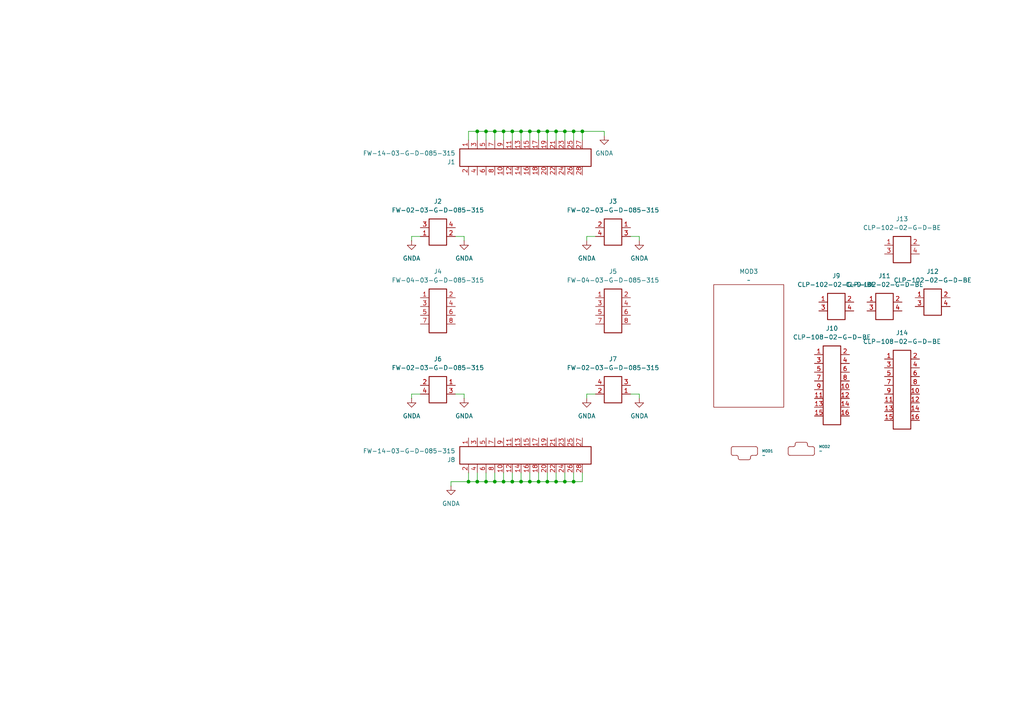
<source format=kicad_sch>
(kicad_sch (version 20231120) (generator "eeschema") (generator_version "8.0")
  (paper "A4")
  (lib_symbols
    (symbol "UNITED_CONNECTORS_DATA_BASE:J_CLP-102-02-G-D-BE" (pin_names (offset 0.254))
      (property "Reference" "J" (at 5.08 5.08 0))
      (property "Value" "CLP-102-02-G-D-BE" (at 5.08 -5.08 0))
      (symbol "J_CLP-102-02-G-D-BE_0_0"
        (pin unspecified line (at -5.08 1.27 0) (length 2.54) (name "") (number "1"))
        (pin unspecified line (at 5.08 1.27 180) (length 2.54) (name "") (number "2"))
        (pin unspecified line (at -5.08 -1.27 0) (length 2.54) (name "") (number "3"))
        (pin unspecified line (at 5.08 -1.27 180) (length 2.54) (name "") (number "4"))
      )
      (symbol "J_CLP-102-02-G-D-BE_1_0"
        (rectangle (start -2.54 3.81) (end 2.54 -3.81) (stroke (width 0.254)))
      )
    )
    (symbol "UNITED_CONNECTORS_DATA_BASE:J_CLP-108-02-G-D-BE" (pin_names (offset 0.254))
      (property "Reference" "J" (at 5.08 12.7 0))
      (property "Value" "CLP-108-02-G-D-BE" (at 5.08 -12.7 0))
      (symbol "J_CLP-108-02-G-D-BE_0_0"
        (pin unspecified line (at -5.08 8.89 0) (length 2.54) (name "") (number "1"))
        (pin unspecified line (at 5.08 -1.27 180) (length 2.54) (name "") (number "10"))
        (pin unspecified line (at -5.08 -3.81 0) (length 2.54) (name "") (number "11"))
        (pin unspecified line (at 5.08 -3.81 180) (length 2.54) (name "") (number "12"))
        (pin unspecified line (at -5.08 -6.35 0) (length 2.54) (name "") (number "13"))
        (pin unspecified line (at 5.08 -6.35 180) (length 2.54) (name "") (number "14"))
        (pin unspecified line (at -5.08 -8.89 0) (length 2.54) (name "") (number "15"))
        (pin unspecified line (at 5.08 -8.89 180) (length 2.54) (name "") (number "16"))
        (pin unspecified line (at 5.08 8.89 180) (length 2.54) (name "") (number "2"))
        (pin unspecified line (at -5.08 6.35 0) (length 2.54) (name "") (number "3"))
        (pin unspecified line (at 5.08 6.35 180) (length 2.54) (name "") (number "4"))
        (pin unspecified line (at -5.08 3.81 0) (length 2.54) (name "") (number "5"))
        (pin unspecified line (at 5.08 3.81 180) (length 2.54) (name "") (number "6"))
        (pin unspecified line (at -5.08 1.27 0) (length 2.54) (name "") (number "7"))
        (pin unspecified line (at 5.08 1.27 180) (length 2.54) (name "") (number "8"))
        (pin unspecified line (at -5.08 -1.27 0) (length 2.54) (name "") (number "9"))
      )
      (symbol "J_CLP-108-02-G-D-BE_1_0"
        (rectangle (start -2.54 11.43) (end 2.54 -11.43) (stroke (width 0.254)))
      )
    )
    (symbol "UNITED_CONNECTORS_DATA_BASE:J_FW-02-03-G-D-085-315" (pin_names (offset 0.254))
      (property "Reference" "J" (at 5.08 5.08 0))
      (property "Value" "FW-02-03-G-D-085-315" (at 5.08 -5.08 0))
      (symbol "J_FW-02-03-G-D-085-315_0_0"
        (pin unspecified line (at -5.08 1.27 0) (length 2.54) (name "") (number "1"))
        (pin unspecified line (at 5.08 1.27 180) (length 2.54) (name "") (number "2"))
        (pin unspecified line (at -5.08 -1.27 0) (length 2.54) (name "") (number "3"))
        (pin unspecified line (at 5.08 -1.27 180) (length 2.54) (name "") (number "4"))
      )
      (symbol "J_FW-02-03-G-D-085-315_1_0"
        (rectangle (start -2.54 3.81) (end 2.54 -3.81) (stroke (width 0.254)))
      )
    )
    (symbol "UNITED_CONNECTORS_DATA_BASE:J_FW-04-03-G-D-085-315" (pin_names (offset 0.254))
      (property "Reference" "J" (at 5.08 7.62 0))
      (property "Value" "FW-04-03-G-D-085-315" (at 5.08 -7.62 0))
      (symbol "J_FW-04-03-G-D-085-315_0_0"
        (pin unspecified line (at -5.08 3.81 0) (length 2.54) (name "") (number "1"))
        (pin unspecified line (at 5.08 3.81 180) (length 2.54) (name "") (number "2"))
        (pin unspecified line (at -5.08 1.27 0) (length 2.54) (name "") (number "3"))
        (pin unspecified line (at 5.08 1.27 180) (length 2.54) (name "") (number "4"))
        (pin unspecified line (at -5.08 -1.27 0) (length 2.54) (name "") (number "5"))
        (pin unspecified line (at 5.08 -1.27 180) (length 2.54) (name "") (number "6"))
        (pin unspecified line (at -5.08 -3.81 0) (length 2.54) (name "") (number "7"))
        (pin unspecified line (at 5.08 -3.81 180) (length 2.54) (name "") (number "8"))
      )
      (symbol "J_FW-04-03-G-D-085-315_1_0"
        (rectangle (start -2.54 6.35) (end 2.54 -6.35) (stroke (width 0.254)))
      )
    )
    (symbol "UNITED_CONNECTORS_DATA_BASE:J_FW-14-03-G-D-085-315" (pin_names (offset 0.254))
      (property "Reference" "J" (at 5.08 20.32 0))
      (property "Value" "FW-14-03-G-D-085-315" (at 5.08 -20.32 0))
      (symbol "J_FW-14-03-G-D-085-315_0_0"
        (pin unspecified line (at -5.08 16.51 0) (length 2.54) (name "") (number "1"))
        (pin unspecified line (at 5.08 6.35 180) (length 2.54) (name "") (number "10"))
        (pin unspecified line (at -5.08 3.81 0) (length 2.54) (name "") (number "11"))
        (pin unspecified line (at 5.08 3.81 180) (length 2.54) (name "") (number "12"))
        (pin unspecified line (at -5.08 1.27 0) (length 2.54) (name "") (number "13"))
        (pin unspecified line (at 5.08 1.27 180) (length 2.54) (name "") (number "14"))
        (pin unspecified line (at -5.08 -1.27 0) (length 2.54) (name "") (number "15"))
        (pin unspecified line (at 5.08 -1.27 180) (length 2.54) (name "") (number "16"))
        (pin unspecified line (at -5.08 -3.81 0) (length 2.54) (name "") (number "17"))
        (pin unspecified line (at 5.08 -3.81 180) (length 2.54) (name "") (number "18"))
        (pin unspecified line (at -5.08 -6.35 0) (length 2.54) (name "") (number "19"))
        (pin unspecified line (at 5.08 16.51 180) (length 2.54) (name "") (number "2"))
        (pin unspecified line (at 5.08 -6.35 180) (length 2.54) (name "") (number "20"))
        (pin unspecified line (at -5.08 -8.89 0) (length 2.54) (name "") (number "21"))
        (pin unspecified line (at 5.08 -8.89 180) (length 2.54) (name "") (number "22"))
        (pin unspecified line (at -5.08 -11.43 0) (length 2.54) (name "") (number "23"))
        (pin unspecified line (at 5.08 -11.43 180) (length 2.54) (name "") (number "24"))
        (pin unspecified line (at -5.08 -13.97 0) (length 2.54) (name "") (number "25"))
        (pin unspecified line (at 5.08 -13.97 180) (length 2.54) (name "") (number "26"))
        (pin unspecified line (at -5.08 -16.51 0) (length 2.54) (name "") (number "27"))
        (pin unspecified line (at 5.08 -16.51 180) (length 2.54) (name "") (number "28"))
        (pin unspecified line (at -5.08 13.97 0) (length 2.54) (name "") (number "3"))
        (pin unspecified line (at 5.08 13.97 180) (length 2.54) (name "") (number "4"))
        (pin unspecified line (at -5.08 11.43 0) (length 2.54) (name "") (number "5"))
        (pin unspecified line (at 5.08 11.43 180) (length 2.54) (name "") (number "6"))
        (pin unspecified line (at -5.08 8.89 0) (length 2.54) (name "") (number "7"))
        (pin unspecified line (at 5.08 8.89 180) (length 2.54) (name "") (number "8"))
        (pin unspecified line (at -5.08 6.35 0) (length 2.54) (name "") (number "9"))
      )
      (symbol "J_FW-14-03-G-D-085-315_1_0"
        (rectangle (start -2.54 19.05) (end 2.54 -19.05) (stroke (width 0.254)))
      )
    )
    (symbol "UNITED_MODULES_DATA_BASE:MINIMAL_AD74413R"
      (property "Reference" "MOD" (at 2.54 5.08 0))
      (symbol "MINIMAL_AD74413R_0_1"
        (arc (start -3.81 -0.762) (mid -3.6612 -1.1212) (end -3.302 -1.27))
        (arc (start -3.302 1.27) (mid -3.6612 1.1212) (end -3.81 0.762))
        (arc (start -1.778 -2.032) (mid -1.6292 -2.3912) (end -1.27 -2.54))
        (arc (start -1.778 -1.778) (mid -1.9268 -1.4188) (end -2.286 -1.27))
        (polyline (pts (xy -3.81 0.762) (xy -3.81 -0.762)))
        (polyline (pts (xy -2.286 -1.27) (xy -3.302 -1.27)))
        (polyline (pts (xy -1.778 -2.032) (xy -1.778 -1.778)))
        (polyline (pts (xy -1.27 -2.54) (xy 1.27 -2.54)))
        (polyline (pts (xy 1.778 -2.032) (xy 1.778 -1.778)))
        (polyline (pts (xy 2.286 -1.27) (xy 3.302 -1.27)))
        (polyline (pts (xy 3.302 1.27) (xy -3.302 1.27)))
        (polyline (pts (xy 3.81 0.762) (xy 3.81 -0.762)))
        (arc (start 1.27 -2.54) (mid 1.6292 -2.3912) (end 1.778 -2.032))
        (arc (start 2.286 -1.27) (mid 1.9268 -1.4188) (end 1.778 -1.778))
        (arc (start 3.302 -1.27) (mid 3.6612 -1.1212) (end 3.81 -0.762))
        (arc (start 3.81 0.762) (mid 3.6612 1.1212) (end 3.302 1.27))
      )
    )
    (symbol "UNITED_MODULES_DATA_BASE:MINIMAL_ADP1032"
      (property "Reference" "MOD" (at 10.16 20.32 0))
      (symbol "MINIMAL_ADP1032_0_1"
        (rectangle (start -10.16 17.78) (end 10.16 -17.78))
      )
    )
    (symbol "UNITED_MODULES_DATA_BASE:MINIMAL_MAX14906"
      (property "Reference" "MOD" (at 2.54 2.54 0))
      (symbol "MINIMAL_MAX14906_0_1"
        (arc (start -3.81 -0.762) (mid -3.6612 -1.1212) (end -3.302 -1.27))
        (arc (start -3.302 1.27) (mid -3.6612 1.1212) (end -3.81 0.762))
        (arc (start -2.286 1.27) (mid -1.9268 1.4188) (end -1.778 1.778))
        (arc (start -1.27 2.54) (mid -1.6292 2.3912) (end -1.778 2.032))
        (polyline (pts (xy -3.81 -0.762) (xy -3.81 0.762)))
        (polyline (pts (xy -2.286 1.27) (xy -3.302 1.27)))
        (polyline (pts (xy -1.778 2.032) (xy -1.778 1.778)))
        (polyline (pts (xy -1.27 2.54) (xy 1.27 2.54)))
        (polyline (pts (xy 1.778 2.032) (xy 1.778 1.778)))
        (polyline (pts (xy 2.286 1.27) (xy 3.302 1.27)))
        (polyline (pts (xy 3.302 -1.27) (xy -3.302 -1.27)))
        (polyline (pts (xy 3.81 -0.762) (xy 3.81 0.762)))
        (arc (start 1.778 1.778) (mid 1.9268 1.4188) (end 2.286 1.27))
        (arc (start 1.778 2.032) (mid 1.6292 2.3912) (end 1.27 2.54))
        (arc (start 3.302 -1.27) (mid 3.6612 -1.1212) (end 3.81 -0.762))
        (arc (start 3.81 0.762) (mid 3.6606 1.1206) (end 3.302 1.27))
      )
    )
    (symbol "power:GNDA" (power) (pin_numbers hide) (pin_names (offset 0) hide)
      (property "Value" "GNDA" (at 0 -3.81 0))
      (symbol "GNDA_0_1"
        (polyline (pts (xy 0 0) (xy 0 -1.27) (xy 1.27 -1.27) (xy 0 -2.54) (xy -1.27 -1.27) (xy 0 -1.27)))
      )
      (symbol "GNDA_1_1"
        (pin power_in line (at 0 0 270) (length 0) (name "~") (number "1"))
      )
    )
  )
  (junction (at 148.59 139.7))
  (junction (at 140.97 139.7))
  (junction (at 138.43 38.1))
  (junction (at 140.97 38.1))
  (junction (at 151.13 38.1))
  (junction (at 166.37 38.1))
  (junction (at 163.83 139.7))
  (junction (at 158.75 38.1))
  (junction (at 161.29 38.1))
  (junction (at 143.51 38.1))
  (junction (at 168.91 38.1))
  (junction (at 135.89 139.7))
  (junction (at 161.29 139.7))
  (junction (at 148.59 38.1))
  (junction (at 156.21 38.1))
  (junction (at 151.13 139.7))
  (junction (at 146.05 38.1))
  (junction (at 153.67 139.7))
  (junction (at 163.83 38.1))
  (junction (at 146.05 139.7))
  (junction (at 156.21 139.7))
  (junction (at 166.37 139.7))
  (junction (at 158.75 139.7))
  (junction (at 153.67 38.1))
  (junction (at 138.43 139.7))
  (junction (at 143.51 139.7))
  (wire (pts (xy 140.97 38.1) (xy 143.51 38.1)))
  (wire (pts (xy 151.13 139.7) (xy 148.59 139.7)))
  (wire (pts (xy 143.51 139.7) (xy 140.97 139.7)))
  (wire (pts (xy 168.91 137.16) (xy 168.91 139.7)))
  (wire (pts (xy 134.62 114.3) (xy 132.08 114.3)))
  (wire (pts (xy 170.18 115.57) (xy 170.18 114.3)))
  (wire (pts (xy 151.13 38.1) (xy 151.13 40.64)))
  (wire (pts (xy 138.43 137.16) (xy 138.43 139.7)))
  (wire (pts (xy 135.89 137.16) (xy 135.89 139.7)))
  (wire (pts (xy 170.18 114.3) (xy 172.72 114.3)))
  (wire (pts (xy 140.97 137.16) (xy 140.97 139.7)))
  (wire (pts (xy 134.62 68.58) (xy 132.08 68.58)))
  (wire (pts (xy 185.42 69.85) (xy 185.42 68.58)))
  (wire (pts (xy 185.42 114.3) (xy 182.88 114.3)))
  (wire (pts (xy 175.26 39.37) (xy 175.26 38.1)))
  (wire (pts (xy 170.18 68.58) (xy 172.72 68.58)))
  (wire (pts (xy 163.83 38.1) (xy 163.83 40.64)))
  (wire (pts (xy 175.26 38.1) (xy 168.91 38.1)))
  (wire (pts (xy 119.38 115.57) (xy 119.38 114.3)))
  (wire (pts (xy 138.43 40.64) (xy 138.43 38.1)))
  (wire (pts (xy 163.83 139.7) (xy 161.29 139.7)))
  (wire (pts (xy 148.59 38.1) (xy 151.13 38.1)))
  (wire (pts (xy 156.21 38.1) (xy 156.21 40.64)))
  (wire (pts (xy 148.59 38.1) (xy 148.59 40.64)))
  (wire (pts (xy 185.42 115.57) (xy 185.42 114.3)))
  (wire (pts (xy 143.51 137.16) (xy 143.51 139.7)))
  (wire (pts (xy 138.43 38.1) (xy 140.97 38.1)))
  (wire (pts (xy 153.67 38.1) (xy 153.67 40.64)))
  (wire (pts (xy 138.43 139.7) (xy 135.89 139.7)))
  (wire (pts (xy 146.05 137.16) (xy 146.05 139.7)))
  (wire (pts (xy 130.81 139.7) (xy 135.89 139.7)))
  (wire (pts (xy 166.37 137.16) (xy 166.37 139.7)))
  (wire (pts (xy 151.13 137.16) (xy 151.13 139.7)))
  (wire (pts (xy 170.18 69.85) (xy 170.18 68.58)))
  (wire (pts (xy 168.91 139.7) (xy 166.37 139.7)))
  (wire (pts (xy 148.59 139.7) (xy 146.05 139.7)))
  (wire (pts (xy 146.05 38.1) (xy 148.59 38.1)))
  (wire (pts (xy 130.81 140.97) (xy 130.81 139.7)))
  (wire (pts (xy 134.62 115.57) (xy 134.62 114.3)))
  (wire (pts (xy 161.29 38.1) (xy 163.83 38.1)))
  (wire (pts (xy 163.83 38.1) (xy 166.37 38.1)))
  (wire (pts (xy 119.38 114.3) (xy 121.92 114.3)))
  (wire (pts (xy 156.21 137.16) (xy 156.21 139.7)))
  (wire (pts (xy 143.51 38.1) (xy 143.51 40.64)))
  (wire (pts (xy 166.37 38.1) (xy 168.91 38.1)))
  (wire (pts (xy 146.05 139.7) (xy 143.51 139.7)))
  (wire (pts (xy 119.38 68.58) (xy 121.92 68.58)))
  (wire (pts (xy 161.29 38.1) (xy 161.29 40.64)))
  (wire (pts (xy 156.21 139.7) (xy 153.67 139.7)))
  (wire (pts (xy 158.75 38.1) (xy 158.75 40.64)))
  (wire (pts (xy 168.91 38.1) (xy 168.91 40.64)))
  (wire (pts (xy 134.62 69.85) (xy 134.62 68.58)))
  (wire (pts (xy 163.83 137.16) (xy 163.83 139.7)))
  (wire (pts (xy 185.42 68.58) (xy 182.88 68.58)))
  (wire (pts (xy 161.29 137.16) (xy 161.29 139.7)))
  (wire (pts (xy 119.38 69.85) (xy 119.38 68.58)))
  (wire (pts (xy 161.29 139.7) (xy 158.75 139.7)))
  (wire (pts (xy 153.67 38.1) (xy 156.21 38.1)))
  (wire (pts (xy 158.75 137.16) (xy 158.75 139.7)))
  (wire (pts (xy 135.89 38.1) (xy 138.43 38.1)))
  (wire (pts (xy 140.97 139.7) (xy 138.43 139.7)))
  (wire (pts (xy 153.67 139.7) (xy 151.13 139.7)))
  (wire (pts (xy 148.59 137.16) (xy 148.59 139.7)))
  (wire (pts (xy 153.67 137.16) (xy 153.67 139.7)))
  (wire (pts (xy 158.75 139.7) (xy 156.21 139.7)))
  (wire (pts (xy 151.13 38.1) (xy 153.67 38.1)))
  (wire (pts (xy 166.37 139.7) (xy 163.83 139.7)))
  (wire (pts (xy 156.21 38.1) (xy 158.75 38.1)))
  (wire (pts (xy 135.89 40.64) (xy 135.89 38.1)))
  (wire (pts (xy 143.51 38.1) (xy 146.05 38.1)))
  (wire (pts (xy 158.75 38.1) (xy 161.29 38.1)))
  (wire (pts (xy 146.05 38.1) (xy 146.05 40.64)))
  (wire (pts (xy 140.97 38.1) (xy 140.97 40.64)))
  (wire (pts (xy 166.37 38.1) (xy 166.37 40.64)))
  (symbol (lib_id "UNITED_CONNECTORS_DATA_BASE:J_FW-02-03-G-D-085-315") (at 177.8 67.31 0) (mirror y) (unit 1)
    (property "Reference" "J3" (at 177.8 58.42 0))
    (property "Value" "FW-02-03-G-D-085-315" (at 177.8 60.96 0))
    (property "Footprint" "connector_footprints:FW-02-03-G-D-085-315" (effects (hide yes)))
    (property "Datasheet" "https://suddendocs.samtec.com/catalog_english/fw_sm.pdf?_gl=1*1xtxv9c*_gcl_au*MTM0MTYyNTQ5MS4xNzM2MDk5MTUz*_ga*MTYxNDYyMTQ0Mi4xNzM2MDk5MTUz*_ga_3KFNZC07WW*MTczODE2NTI0NS4zMi4xLjE3MzgxNjU1NjMuNjAuMC4w" (effects (hide yes)))
    (property "Description" "Samtec FW-xx-03-G-D-085-315 series,  2 positions connector,  1.27 mm pitch,  Black,  Vertical mounting,  5.2 A,  300 V,  Surface Mount,  Gold plated" (effects (hide yes)))
    (property "Color" "Black" (effects (hide yes)))
    (property "Contact Plating" "Gold" (effects (hide yes)))
    (property "Current Rating (A)" "5.2" (effects (hide yes)))
    (property "MPN" "FW-02-03-G-D-085-315" (effects (hide yes)))
    (property "Manufacturer" "Samtec" (effects (hide yes)))
    (property "Mounting Angle" "Vertical" (effects (hide yes)))
    (property "Mounting Style" "Surface Mount" (effects (hide yes)))
    (property "Number of Rows" "2" (effects (hide yes)))
    (property "Pin Count" "2" (effects (hide yes)))
    (property "Pitch (mm)" "1.27" (effects (hide yes)))
    (property "Series" "FW-xx-03-G-D-085-315" (effects (hide yes)))
    (property "Symbol Name" "J_FW-02-03-G-D-085-315" (effects (hide yes)))
    (property "Trustedparts Search" "https://www.trustedparts.com/en/search/FW-02-03-G-D-085-315" (effects (hide yes)))
    (property "Voltage Rating (V)" "300" (effects (hide yes)))
  )
  (symbol (lib_id "power:GNDA") (at 175.26 39.37 0) (unit 1)
    (property "Reference" "#PWR09" (effects (hide yes)))
    (property "Value" "GNDA" (at 175.26 44.45 0))
    (property "Description" "Power symbol creates a global label with name \"GNDA\" , analog ground" (effects (hide yes)))
  )
  (symbol (lib_id "UNITED_CONNECTORS_DATA_BASE:J_CLP-102-02-G-D-BE") (at 261.62 72.39 0) (unit 1)
    (property "Reference" "J13" (at 261.62 63.5 0))
    (property "Value" "CLP-102-02-G-D-BE" (at 261.62 66.04 0))
    (property "Footprint" "connector_footprints:CLP-102-02-G-D-BE" (effects (hide yes)))
    (property "Datasheet" "https://suddendocs.samtec.com/catalog_english/clp_sm.pdf?_gl=1*1y4jlr9*_gcl_au*MTM0MTYyNTQ5MS4xNzM2MDk5MTUz*_ga*MTYxNDYyMTQ0Mi4xNzM2MDk5MTUz*_ga_3KFNZC07WW*MTczNjY4MDQ4OS4xNS4xLjE3MzY2ODEzNzcuNjAuMC4w" (effects (hide yes)))
    (property "Description" "Samtec CLP-1xx-02-G-D-BE series,  2 positions connector,  1.27 mm pitch,  Black,  Vertical mounting,  5.2 A,  300 V,  Through Hole,  Tin plated" (effects (hide yes)))
    (property "Color" "Black" (effects (hide yes)))
    (property "Contact Plating" "Tin" (effects (hide yes)))
    (property "Current Rating (A)" "5.2" (effects (hide yes)))
    (property "MPN" "CLP-102-02-G-D-BE" (effects (hide yes)))
    (property "Manufacturer" "Samtec" (effects (hide yes)))
    (property "Mounting Angle" "Vertical" (effects (hide yes)))
    (property "Mounting Style" "Through Hole" (effects (hide yes)))
    (property "Number of Rows" "2" (effects (hide yes)))
    (property "Pin Count" "2" (effects (hide yes)))
    (property "Pitch (mm)" "1.27" (effects (hide yes)))
    (property "Series" "CLP-1xx-02-G-D-BE" (effects (hide yes)))
    (property "Symbol Name" "J_CLP-102-02-G-D-BE" (effects (hide yes)))
    (property "Trustedparts Search" "https://www.trustedparts.com/en/search/CLP-102-02-G-D-BE" (effects (hide yes)))
    (property "Voltage Rating (V)" "300" (effects (hide yes)))
  )
  (symbol (lib_id "UNITED_CONNECTORS_DATA_BASE:J_CLP-108-02-G-D-BE") (at 241.3 111.76 0) (unit 1)
    (property "Reference" "J10" (at 241.3 95.25 0))
    (property "Value" "CLP-108-02-G-D-BE" (at 241.3 97.79 0))
    (property "Footprint" "connector_footprints:CLP-108-02-G-D-BE" (effects (hide yes)))
    (property "Datasheet" "https://suddendocs.samtec.com/catalog_english/clp_sm.pdf?_gl=1*1y4jlr9*_gcl_au*MTM0MTYyNTQ5MS4xNzM2MDk5MTUz*_ga*MTYxNDYyMTQ0Mi4xNzM2MDk5MTUz*_ga_3KFNZC07WW*MTczNjY4MDQ4OS4xNS4xLjE3MzY2ODEzNzcuNjAuMC4w" (effects (hide yes)))
    (property "Description" "Samtec CLP-1xx-02-G-D-BE series,  8 positions connector,  1.27 mm pitch,  Black,  Vertical mounting,  5.2 A,  300 V,  Through Hole,  Tin plated" (effects (hide yes)))
    (property "Color" "Black" (effects (hide yes)))
    (property "Contact Plating" "Tin" (effects (hide yes)))
    (property "Current Rating (A)" "5.2" (effects (hide yes)))
    (property "MPN" "CLP-108-02-G-D-BE" (effects (hide yes)))
    (property "Manufacturer" "Samtec" (effects (hide yes)))
    (property "Mounting Angle" "Vertical" (effects (hide yes)))
    (property "Mounting Style" "Through Hole" (effects (hide yes)))
    (property "Number of Rows" "2" (effects (hide yes)))
    (property "Pin Count" "8" (effects (hide yes)))
    (property "Pitch (mm)" "1.27" (effects (hide yes)))
    (property "Series" "CLP-1xx-02-G-D-BE" (effects (hide yes)))
    (property "Symbol Name" "J_CLP-108-02-G-D-BE" (effects (hide yes)))
    (property "Trustedparts Search" "https://www.trustedparts.com/en/search/CLP-108-02-G-D-BE" (effects (hide yes)))
    (property "Voltage Rating (V)" "300" (effects (hide yes)))
  )
  (symbol (lib_id "UNITED_CONNECTORS_DATA_BASE:J_FW-04-03-G-D-085-315") (at 177.8 90.17 0) (unit 1)
    (property "Reference" "J5" (at 177.8 78.74 0))
    (property "Value" "FW-04-03-G-D-085-315" (at 177.8 81.28 0))
    (property "Footprint" "connector_footprints:FW-04-03-G-D-085-315" (effects (hide yes)))
    (property "Datasheet" "https://suddendocs.samtec.com/catalog_english/fw_sm.pdf?_gl=1*1xtxv9c*_gcl_au*MTM0MTYyNTQ5MS4xNzM2MDk5MTUz*_ga*MTYxNDYyMTQ0Mi4xNzM2MDk5MTUz*_ga_3KFNZC07WW*MTczODE2NTI0NS4zMi4xLjE3MzgxNjU1NjMuNjAuMC4w" (effects (hide yes)))
    (property "Description" "Samtec FW-xx-03-G-D-085-315 series,  4 positions connector,  1.27 mm pitch,  Black,  Vertical mounting,  5.2 A,  300 V,  Surface Mount,  Gold plated" (effects (hide yes)))
    (property "Color" "Black" (effects (hide yes)))
    (property "Contact Plating" "Gold" (effects (hide yes)))
    (property "Current Rating (A)" "5.2" (effects (hide yes)))
    (property "MPN" "FW-04-03-G-D-085-315" (effects (hide yes)))
    (property "Manufacturer" "Samtec" (effects (hide yes)))
    (property "Mounting Angle" "Vertical" (effects (hide yes)))
    (property "Mounting Style" "Surface Mount" (effects (hide yes)))
    (property "Number of Rows" "2" (effects (hide yes)))
    (property "Pin Count" "4" (effects (hide yes)))
    (property "Pitch (mm)" "1.27" (effects (hide yes)))
    (property "Series" "FW-xx-03-G-D-085-315" (effects (hide yes)))
    (property "Symbol Name" "J_FW-04-03-G-D-085-315" (effects (hide yes)))
    (property "Trustedparts Search" "https://www.trustedparts.com/en/search/FW-04-03-G-D-085-315" (effects (hide yes)))
    (property "Voltage Rating (V)" "300" (effects (hide yes)))
  )
  (symbol (lib_id "UNITED_MODULES_DATA_BASE:MINIMAL_ADP1032") (at 217.17 100.33 0) (unit 1)
    (property "Reference" "MOD3" (at 217.17 78.74 0))
    (property "Value" "~" (at 217.17 81.28 0))
    (property "Footprint" "modules_footprints:minimal_adp1032" (effects (hide yes)))
  )
  (symbol (lib_id "power:GNDA") (at 170.18 115.57 0) (unit 1)
    (property "Reference" "#PWR07" (effects (hide yes)))
    (property "Value" "GNDA" (at 170.18 120.65 0))
    (property "Description" "Power symbol creates a global label with name \"GNDA\" , analog ground" (effects (hide yes)))
  )
  (symbol (lib_id "UNITED_CONNECTORS_DATA_BASE:J_FW-14-03-G-D-085-315") (at 152.4 132.08 90) (mirror x) (unit 1)
    (property "Reference" "J8" (at 132.08 133.3501 90) (effects (justify left)))
    (property "Value" "FW-14-03-G-D-085-315" (at 132.08 130.8101 90) (effects (justify left)))
    (property "Footprint" "connector_footprints:FW-14-03-G-D-085-315" (effects (hide yes)))
    (property "Datasheet" "https://suddendocs.samtec.com/catalog_english/fw_sm.pdf?_gl=1*1xtxv9c*_gcl_au*MTM0MTYyNTQ5MS4xNzM2MDk5MTUz*_ga*MTYxNDYyMTQ0Mi4xNzM2MDk5MTUz*_ga_3KFNZC07WW*MTczODE2NTI0NS4zMi4xLjE3MzgxNjU1NjMuNjAuMC4w" (effects (hide yes)))
    (property "Description" "Samtec FW-xx-03-G-D-085-315 series,  14 positions connector,  1.27 mm pitch,  Black,  Vertical mounting,  5.2 A,  300 V,  Surface Mount,  Gold plated" (effects (hide yes)))
    (property "Color" "Black" (effects (hide yes)))
    (property "Contact Plating" "Gold" (effects (hide yes)))
    (property "Current Rating (A)" "5.2" (effects (hide yes)))
    (property "MPN" "FW-14-03-G-D-085-315" (effects (hide yes)))
    (property "Manufacturer" "Samtec" (effects (hide yes)))
    (property "Mounting Angle" "Vertical" (effects (hide yes)))
    (property "Mounting Style" "Surface Mount" (effects (hide yes)))
    (property "Number of Rows" "2" (effects (hide yes)))
    (property "Pin Count" "14" (effects (hide yes)))
    (property "Pitch (mm)" "1.27" (effects (hide yes)))
    (property "Series" "FW-xx-03-G-D-085-315" (effects (hide yes)))
    (property "Symbol Name" "J_FW-14-03-G-D-085-315" (effects (hide yes)))
    (property "Trustedparts Search" "https://www.trustedparts.com/en/search/FW-14-03-G-D-085-315" (effects (hide yes)))
    (property "Voltage Rating (V)" "300" (effects (hide yes)))
  )
  (symbol (lib_id "power:GNDA") (at 134.62 115.57 0) (unit 1)
    (property "Reference" "#PWR06" (effects (hide yes)))
    (property "Value" "GNDA" (at 134.62 120.65 0))
    (property "Description" "Power symbol creates a global label with name \"GNDA\" , analog ground" (effects (hide yes)))
  )
  (symbol (lib_id "UNITED_CONNECTORS_DATA_BASE:J_FW-02-03-G-D-085-315") (at 127 113.03 0) (mirror y) (unit 1)
    (property "Reference" "J6" (at 127 104.14 0))
    (property "Value" "FW-02-03-G-D-085-315" (at 127 106.68 0))
    (property "Footprint" "connector_footprints:FW-02-03-G-D-085-315" (effects (hide yes)))
    (property "Datasheet" "https://suddendocs.samtec.com/catalog_english/fw_sm.pdf?_gl=1*1xtxv9c*_gcl_au*MTM0MTYyNTQ5MS4xNzM2MDk5MTUz*_ga*MTYxNDYyMTQ0Mi4xNzM2MDk5MTUz*_ga_3KFNZC07WW*MTczODE2NTI0NS4zMi4xLjE3MzgxNjU1NjMuNjAuMC4w" (effects (hide yes)))
    (property "Description" "Samtec FW-xx-03-G-D-085-315 series,  2 positions connector,  1.27 mm pitch,  Black,  Vertical mounting,  5.2 A,  300 V,  Surface Mount,  Gold plated" (effects (hide yes)))
    (property "Color" "Black" (effects (hide yes)))
    (property "Contact Plating" "Gold" (effects (hide yes)))
    (property "Current Rating (A)" "5.2" (effects (hide yes)))
    (property "MPN" "FW-02-03-G-D-085-315" (effects (hide yes)))
    (property "Manufacturer" "Samtec" (effects (hide yes)))
    (property "Mounting Angle" "Vertical" (effects (hide yes)))
    (property "Mounting Style" "Surface Mount" (effects (hide yes)))
    (property "Number of Rows" "2" (effects (hide yes)))
    (property "Pin Count" "2" (effects (hide yes)))
    (property "Pitch (mm)" "1.27" (effects (hide yes)))
    (property "Series" "FW-xx-03-G-D-085-315" (effects (hide yes)))
    (property "Symbol Name" "J_FW-02-03-G-D-085-315" (effects (hide yes)))
    (property "Trustedparts Search" "https://www.trustedparts.com/en/search/FW-02-03-G-D-085-315" (effects (hide yes)))
    (property "Voltage Rating (V)" "300" (effects (hide yes)))
  )
  (symbol (lib_id "power:GNDA") (at 134.62 69.85 0) (unit 1)
    (property "Reference" "#PWR04" (effects (hide yes)))
    (property "Value" "GNDA" (at 134.62 74.93 0))
    (property "Description" "Power symbol creates a global label with name \"GNDA\" , analog ground" (effects (hide yes)))
  )
  (symbol (lib_id "UNITED_MODULES_DATA_BASE:MINIMAL_AD74413R") (at 215.9 130.81 0) (unit 1)
    (property "Reference" "MOD1" (at 220.98 130.81 0) (effects (font (size 0.762 0.762)) (justify left)))
    (property "Value" "~" (at 220.98 132.08 0) (effects (justify left)))
    (property "Footprint" "modules_footprints:minimal_ad74413r" (effects (hide yes)))
  )
  (symbol (lib_id "UNITED_CONNECTORS_DATA_BASE:J_CLP-102-02-G-D-BE") (at 256.54 88.9 0) (unit 1)
    (property "Reference" "J11" (at 256.54 80.01 0))
    (property "Value" "CLP-102-02-G-D-BE" (at 256.54 82.55 0))
    (property "Footprint" "connector_footprints:CLP-102-02-G-D-BE" (effects (hide yes)))
    (property "Datasheet" "https://suddendocs.samtec.com/catalog_english/clp_sm.pdf?_gl=1*1y4jlr9*_gcl_au*MTM0MTYyNTQ5MS4xNzM2MDk5MTUz*_ga*MTYxNDYyMTQ0Mi4xNzM2MDk5MTUz*_ga_3KFNZC07WW*MTczNjY4MDQ4OS4xNS4xLjE3MzY2ODEzNzcuNjAuMC4w" (effects (hide yes)))
    (property "Description" "Samtec CLP-1xx-02-G-D-BE series,  2 positions connector,  1.27 mm pitch,  Black,  Vertical mounting,  5.2 A,  300 V,  Through Hole,  Tin plated" (effects (hide yes)))
    (property "Color" "Black" (effects (hide yes)))
    (property "Contact Plating" "Tin" (effects (hide yes)))
    (property "Current Rating (A)" "5.2" (effects (hide yes)))
    (property "MPN" "CLP-102-02-G-D-BE" (effects (hide yes)))
    (property "Manufacturer" "Samtec" (effects (hide yes)))
    (property "Mounting Angle" "Vertical" (effects (hide yes)))
    (property "Mounting Style" "Through Hole" (effects (hide yes)))
    (property "Number of Rows" "2" (effects (hide yes)))
    (property "Pin Count" "2" (effects (hide yes)))
    (property "Pitch (mm)" "1.27" (effects (hide yes)))
    (property "Series" "CLP-1xx-02-G-D-BE" (effects (hide yes)))
    (property "Symbol Name" "J_CLP-102-02-G-D-BE" (effects (hide yes)))
    (property "Trustedparts Search" "https://www.trustedparts.com/en/search/CLP-102-02-G-D-BE" (effects (hide yes)))
    (property "Voltage Rating (V)" "300" (effects (hide yes)))
  )
  (symbol (lib_id "power:GNDA") (at 185.42 69.85 0) (unit 1)
    (property "Reference" "#PWR01" (effects (hide yes)))
    (property "Value" "GNDA" (at 185.42 74.93 0))
    (property "Description" "Power symbol creates a global label with name \"GNDA\" , analog ground" (effects (hide yes)))
  )
  (symbol (lib_id "UNITED_CONNECTORS_DATA_BASE:J_FW-02-03-G-D-085-315") (at 177.8 113.03 180) (unit 1)
    (property "Reference" "J7" (at 177.8 104.14 0))
    (property "Value" "FW-02-03-G-D-085-315" (at 177.8 106.68 0))
    (property "Footprint" "connector_footprints:FW-02-03-G-D-085-315" (effects (hide yes)))
    (property "Datasheet" "https://suddendocs.samtec.com/catalog_english/fw_sm.pdf?_gl=1*1xtxv9c*_gcl_au*MTM0MTYyNTQ5MS4xNzM2MDk5MTUz*_ga*MTYxNDYyMTQ0Mi4xNzM2MDk5MTUz*_ga_3KFNZC07WW*MTczODE2NTI0NS4zMi4xLjE3MzgxNjU1NjMuNjAuMC4w" (effects (hide yes)))
    (property "Description" "Samtec FW-xx-03-G-D-085-315 series,  2 positions connector,  1.27 mm pitch,  Black,  Vertical mounting,  5.2 A,  300 V,  Surface Mount,  Gold plated" (effects (hide yes)))
    (property "Color" "Black" (effects (hide yes)))
    (property "Contact Plating" "Gold" (effects (hide yes)))
    (property "Current Rating (A)" "5.2" (effects (hide yes)))
    (property "MPN" "FW-02-03-G-D-085-315" (effects (hide yes)))
    (property "Manufacturer" "Samtec" (effects (hide yes)))
    (property "Mounting Angle" "Vertical" (effects (hide yes)))
    (property "Mounting Style" "Surface Mount" (effects (hide yes)))
    (property "Number of Rows" "2" (effects (hide yes)))
    (property "Pin Count" "2" (effects (hide yes)))
    (property "Pitch (mm)" "1.27" (effects (hide yes)))
    (property "Series" "FW-xx-03-G-D-085-315" (effects (hide yes)))
    (property "Symbol Name" "J_FW-02-03-G-D-085-315" (effects (hide yes)))
    (property "Trustedparts Search" "https://www.trustedparts.com/en/search/FW-02-03-G-D-085-315" (effects (hide yes)))
    (property "Voltage Rating (V)" "300" (effects (hide yes)))
  )
  (symbol (lib_id "UNITED_CONNECTORS_DATA_BASE:J_FW-02-03-G-D-085-315") (at 127 67.31 0) (mirror x) (unit 1)
    (property "Reference" "J2" (at 127 58.42 0))
    (property "Value" "FW-02-03-G-D-085-315" (at 127 60.96 0))
    (property "Footprint" "connector_footprints:FW-02-03-G-D-085-315" (effects (hide yes)))
    (property "Datasheet" "https://suddendocs.samtec.com/catalog_english/fw_sm.pdf?_gl=1*1xtxv9c*_gcl_au*MTM0MTYyNTQ5MS4xNzM2MDk5MTUz*_ga*MTYxNDYyMTQ0Mi4xNzM2MDk5MTUz*_ga_3KFNZC07WW*MTczODE2NTI0NS4zMi4xLjE3MzgxNjU1NjMuNjAuMC4w" (effects (hide yes)))
    (property "Description" "Samtec FW-xx-03-G-D-085-315 series,  2 positions connector,  1.27 mm pitch,  Black,  Vertical mounting,  5.2 A,  300 V,  Surface Mount,  Gold plated" (effects (hide yes)))
    (property "Color" "Black" (effects (hide yes)))
    (property "Contact Plating" "Gold" (effects (hide yes)))
    (property "Current Rating (A)" "5.2" (effects (hide yes)))
    (property "MPN" "FW-02-03-G-D-085-315" (effects (hide yes)))
    (property "Manufacturer" "Samtec" (effects (hide yes)))
    (property "Mounting Angle" "Vertical" (effects (hide yes)))
    (property "Mounting Style" "Surface Mount" (effects (hide yes)))
    (property "Number of Rows" "2" (effects (hide yes)))
    (property "Pin Count" "2" (effects (hide yes)))
    (property "Pitch (mm)" "1.27" (effects (hide yes)))
    (property "Series" "FW-xx-03-G-D-085-315" (effects (hide yes)))
    (property "Symbol Name" "J_FW-02-03-G-D-085-315" (effects (hide yes)))
    (property "Trustedparts Search" "https://www.trustedparts.com/en/search/FW-02-03-G-D-085-315" (effects (hide yes)))
    (property "Voltage Rating (V)" "300" (effects (hide yes)))
  )
  (symbol (lib_id "power:GNDA") (at 130.81 140.97 0) (unit 1)
    (property "Reference" "#PWR010" (effects (hide yes)))
    (property "Value" "GNDA" (at 130.81 146.05 0))
    (property "Description" "Power symbol creates a global label with name \"GNDA\" , analog ground" (effects (hide yes)))
  )
  (symbol (lib_id "UNITED_CONNECTORS_DATA_BASE:J_FW-04-03-G-D-085-315") (at 127 90.17 0) (unit 1)
    (property "Reference" "J4" (at 127 78.74 0))
    (property "Value" "FW-04-03-G-D-085-315" (at 127 81.28 0))
    (property "Footprint" "connector_footprints:FW-04-03-G-D-085-315" (effects (hide yes)))
    (property "Datasheet" "https://suddendocs.samtec.com/catalog_english/fw_sm.pdf?_gl=1*1xtxv9c*_gcl_au*MTM0MTYyNTQ5MS4xNzM2MDk5MTUz*_ga*MTYxNDYyMTQ0Mi4xNzM2MDk5MTUz*_ga_3KFNZC07WW*MTczODE2NTI0NS4zMi4xLjE3MzgxNjU1NjMuNjAuMC4w" (effects (hide yes)))
    (property "Description" "Samtec FW-xx-03-G-D-085-315 series,  4 positions connector,  1.27 mm pitch,  Black,  Vertical mounting,  5.2 A,  300 V,  Surface Mount,  Gold plated" (effects (hide yes)))
    (property "Color" "Black" (effects (hide yes)))
    (property "Contact Plating" "Gold" (effects (hide yes)))
    (property "Current Rating (A)" "5.2" (effects (hide yes)))
    (property "MPN" "FW-04-03-G-D-085-315" (effects (hide yes)))
    (property "Manufacturer" "Samtec" (effects (hide yes)))
    (property "Mounting Angle" "Vertical" (effects (hide yes)))
    (property "Mounting Style" "Surface Mount" (effects (hide yes)))
    (property "Number of Rows" "2" (effects (hide yes)))
    (property "Pin Count" "4" (effects (hide yes)))
    (property "Pitch (mm)" "1.27" (effects (hide yes)))
    (property "Series" "FW-xx-03-G-D-085-315" (effects (hide yes)))
    (property "Symbol Name" "J_FW-04-03-G-D-085-315" (effects (hide yes)))
    (property "Trustedparts Search" "https://www.trustedparts.com/en/search/FW-04-03-G-D-085-315" (effects (hide yes)))
    (property "Voltage Rating (V)" "300" (effects (hide yes)))
  )
  (symbol (lib_id "UNITED_MODULES_DATA_BASE:MINIMAL_MAX14906") (at 232.41 130.81 0) (unit 1)
    (property "Reference" "MOD2" (at 237.49 129.54 0) (effects (font (size 0.762 0.762)) (justify left)))
    (property "Value" "~" (at 237.49 130.81 0) (effects (justify left)))
    (property "Footprint" "modules_footprints:minimal_max14906" (effects (hide yes)))
  )
  (symbol (lib_id "UNITED_CONNECTORS_DATA_BASE:J_CLP-108-02-G-D-BE") (at 261.62 113.03 0) (unit 1)
    (property "Reference" "J14" (at 261.62 96.52 0))
    (property "Value" "CLP-108-02-G-D-BE" (at 261.62 99.06 0))
    (property "Footprint" "connector_footprints:CLP-108-02-G-D-BE" (effects (hide yes)))
    (property "Datasheet" "https://suddendocs.samtec.com/catalog_english/clp_sm.pdf?_gl=1*1y4jlr9*_gcl_au*MTM0MTYyNTQ5MS4xNzM2MDk5MTUz*_ga*MTYxNDYyMTQ0Mi4xNzM2MDk5MTUz*_ga_3KFNZC07WW*MTczNjY4MDQ4OS4xNS4xLjE3MzY2ODEzNzcuNjAuMC4w" (effects (hide yes)))
    (property "Description" "Samtec CLP-1xx-02-G-D-BE series,  8 positions connector,  1.27 mm pitch,  Black,  Vertical mounting,  5.2 A,  300 V,  Through Hole,  Tin plated" (effects (hide yes)))
    (property "Color" "Black" (effects (hide yes)))
    (property "Contact Plating" "Tin" (effects (hide yes)))
    (property "Current Rating (A)" "5.2" (effects (hide yes)))
    (property "MPN" "CLP-108-02-G-D-BE" (effects (hide yes)))
    (property "Manufacturer" "Samtec" (effects (hide yes)))
    (property "Mounting Angle" "Vertical" (effects (hide yes)))
    (property "Mounting Style" "Through Hole" (effects (hide yes)))
    (property "Number of Rows" "2" (effects (hide yes)))
    (property "Pin Count" "8" (effects (hide yes)))
    (property "Pitch (mm)" "1.27" (effects (hide yes)))
    (property "Series" "CLP-1xx-02-G-D-BE" (effects (hide yes)))
    (property "Symbol Name" "J_CLP-108-02-G-D-BE" (effects (hide yes)))
    (property "Trustedparts Search" "https://www.trustedparts.com/en/search/CLP-108-02-G-D-BE" (effects (hide yes)))
    (property "Voltage Rating (V)" "300" (effects (hide yes)))
  )
  (symbol (lib_id "power:GNDA") (at 119.38 115.57 0) (unit 1)
    (property "Reference" "#PWR05" (effects (hide yes)))
    (property "Value" "GNDA" (at 119.38 120.65 0))
    (property "Description" "Power symbol creates a global label with name \"GNDA\" , analog ground" (effects (hide yes)))
  )
  (symbol (lib_id "power:GNDA") (at 185.42 115.57 0) (unit 1)
    (property "Reference" "#PWR08" (effects (hide yes)))
    (property "Value" "GNDA" (at 185.42 120.65 0))
    (property "Description" "Power symbol creates a global label with name \"GNDA\" , analog ground" (effects (hide yes)))
  )
  (symbol (lib_id "UNITED_CONNECTORS_DATA_BASE:J_CLP-102-02-G-D-BE") (at 270.51 87.63 0) (unit 1)
    (property "Reference" "J12" (at 270.51 78.74 0))
    (property "Value" "CLP-102-02-G-D-BE" (at 270.51 81.28 0))
    (property "Footprint" "connector_footprints:CLP-102-02-G-D-BE" (effects (hide yes)))
    (property "Datasheet" "https://suddendocs.samtec.com/catalog_english/clp_sm.pdf?_gl=1*1y4jlr9*_gcl_au*MTM0MTYyNTQ5MS4xNzM2MDk5MTUz*_ga*MTYxNDYyMTQ0Mi4xNzM2MDk5MTUz*_ga_3KFNZC07WW*MTczNjY4MDQ4OS4xNS4xLjE3MzY2ODEzNzcuNjAuMC4w" (effects (hide yes)))
    (property "Description" "Samtec CLP-1xx-02-G-D-BE series,  2 positions connector,  1.27 mm pitch,  Black,  Vertical mounting,  5.2 A,  300 V,  Through Hole,  Tin plated" (effects (hide yes)))
    (property "Color" "Black" (effects (hide yes)))
    (property "Contact Plating" "Tin" (effects (hide yes)))
    (property "Current Rating (A)" "5.2" (effects (hide yes)))
    (property "MPN" "CLP-102-02-G-D-BE" (effects (hide yes)))
    (property "Manufacturer" "Samtec" (effects (hide yes)))
    (property "Mounting Angle" "Vertical" (effects (hide yes)))
    (property "Mounting Style" "Through Hole" (effects (hide yes)))
    (property "Number of Rows" "2" (effects (hide yes)))
    (property "Pin Count" "2" (effects (hide yes)))
    (property "Pitch (mm)" "1.27" (effects (hide yes)))
    (property "Series" "CLP-1xx-02-G-D-BE" (effects (hide yes)))
    (property "Symbol Name" "J_CLP-102-02-G-D-BE" (effects (hide yes)))
    (property "Trustedparts Search" "https://www.trustedparts.com/en/search/CLP-102-02-G-D-BE" (effects (hide yes)))
    (property "Voltage Rating (V)" "300" (effects (hide yes)))
  )
  (symbol (lib_id "power:GNDA") (at 119.38 69.85 0) (unit 1)
    (property "Reference" "#PWR03" (effects (hide yes)))
    (property "Value" "GNDA" (at 119.38 74.93 0))
    (property "Description" "Power symbol creates a global label with name \"GNDA\" , analog ground" (effects (hide yes)))
  )
  (symbol (lib_id "power:GNDA") (at 170.18 69.85 0) (unit 1)
    (property "Reference" "#PWR02" (effects (hide yes)))
    (property "Value" "GNDA" (at 170.18 74.93 0))
    (property "Description" "Power symbol creates a global label with name \"GNDA\" , analog ground" (effects (hide yes)))
  )
  (symbol (lib_id "UNITED_CONNECTORS_DATA_BASE:J_CLP-102-02-G-D-BE") (at 242.57 88.9 0) (unit 1)
    (property "Reference" "J9" (at 242.57 80.01 0))
    (property "Value" "CLP-102-02-G-D-BE" (at 242.57 82.55 0))
    (property "Footprint" "connector_footprints:CLP-102-02-G-D-BE" (effects (hide yes)))
    (property "Datasheet" "https://suddendocs.samtec.com/catalog_english/clp_sm.pdf?_gl=1*1y4jlr9*_gcl_au*MTM0MTYyNTQ5MS4xNzM2MDk5MTUz*_ga*MTYxNDYyMTQ0Mi4xNzM2MDk5MTUz*_ga_3KFNZC07WW*MTczNjY4MDQ4OS4xNS4xLjE3MzY2ODEzNzcuNjAuMC4w" (effects (hide yes)))
    (property "Description" "Samtec CLP-1xx-02-G-D-BE series,  2 positions connector,  1.27 mm pitch,  Black,  Vertical mounting,  5.2 A,  300 V,  Through Hole,  Tin plated" (effects (hide yes)))
    (property "Color" "Black" (effects (hide yes)))
    (property "Contact Plating" "Tin" (effects (hide yes)))
    (property "Current Rating (A)" "5.2" (effects (hide yes)))
    (property "MPN" "CLP-102-02-G-D-BE" (effects (hide yes)))
    (property "Manufacturer" "Samtec" (effects (hide yes)))
    (property "Mounting Angle" "Vertical" (effects (hide yes)))
    (property "Mounting Style" "Through Hole" (effects (hide yes)))
    (property "Number of Rows" "2" (effects (hide yes)))
    (property "Pin Count" "2" (effects (hide yes)))
    (property "Pitch (mm)" "1.27" (effects (hide yes)))
    (property "Series" "CLP-1xx-02-G-D-BE" (effects (hide yes)))
    (property "Symbol Name" "J_CLP-102-02-G-D-BE" (effects (hide yes)))
    (property "Trustedparts Search" "https://www.trustedparts.com/en/search/CLP-102-02-G-D-BE" (effects (hide yes)))
    (property "Voltage Rating (V)" "300" (effects (hide yes)))
  )
  (symbol (lib_id "UNITED_CONNECTORS_DATA_BASE:J_FW-14-03-G-D-085-315") (at 152.4 45.72 90) (mirror x) (unit 1)
    (property "Reference" "J1" (at 132.08 46.9901 90) (effects (justify left)))
    (property "Value" "FW-14-03-G-D-085-315" (at 132.08 44.4501 90) (effects (justify left)))
    (property "Footprint" "connector_footprints:FW-14-03-G-D-085-315" (effects (hide yes)))
    (property "Datasheet" "https://suddendocs.samtec.com/catalog_english/fw_sm.pdf?_gl=1*1xtxv9c*_gcl_au*MTM0MTYyNTQ5MS4xNzM2MDk5MTUz*_ga*MTYxNDYyMTQ0Mi4xNzM2MDk5MTUz*_ga_3KFNZC07WW*MTczODE2NTI0NS4zMi4xLjE3MzgxNjU1NjMuNjAuMC4w" (effects (hide yes)))
    (property "Description" "Samtec FW-xx-03-G-D-085-315 series,  14 positions connector,  1.27 mm pitch,  Black,  Vertical mounting,  5.2 A,  300 V,  Surface Mount,  Gold plated" (effects (hide yes)))
    (property "Color" "Black" (effects (hide yes)))
    (property "Contact Plating" "Gold" (effects (hide yes)))
    (property "Current Rating (A)" "5.2" (effects (hide yes)))
    (property "MPN" "FW-14-03-G-D-085-315" (effects (hide yes)))
    (property "Manufacturer" "Samtec" (effects (hide yes)))
    (property "Mounting Angle" "Vertical" (effects (hide yes)))
    (property "Mounting Style" "Surface Mount" (effects (hide yes)))
    (property "Number of Rows" "2" (effects (hide yes)))
    (property "Pin Count" "14" (effects (hide yes)))
    (property "Pitch (mm)" "1.27" (effects (hide yes)))
    (property "Series" "FW-xx-03-G-D-085-315" (effects (hide yes)))
    (property "Symbol Name" "J_FW-14-03-G-D-085-315" (effects (hide yes)))
    (property "Trustedparts Search" "https://www.trustedparts.com/en/search/FW-14-03-G-D-085-315" (effects (hide yes)))
    (property "Voltage Rating (V)" "300" (effects (hide yes)))
  )
)
</source>
